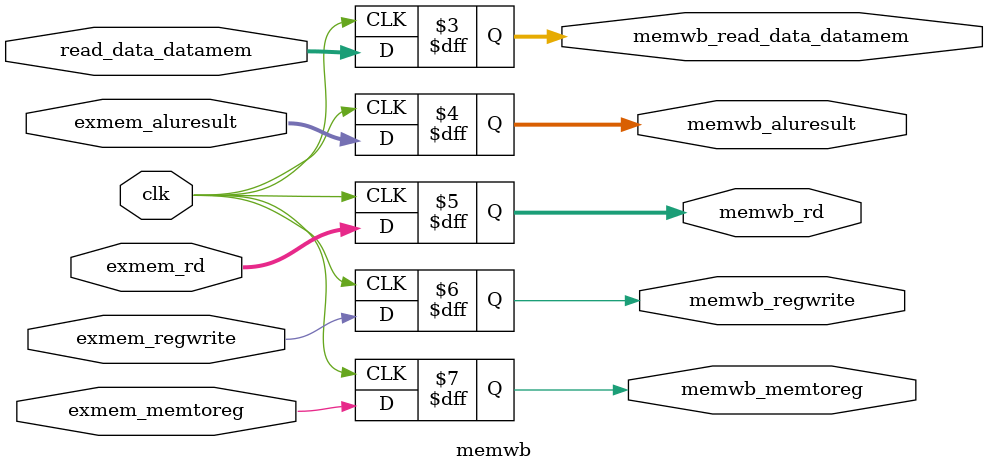
<source format=sv>
`timescale 1ns/1ns

module memwb(
  input clk,
  input[31:0] read_data_datamem,
  input[31:0] exmem_aluresult,
  input[4:0] exmem_rd,
  input exmem_regwrite,
  input exmem_memtoreg,
  output reg[31:0] memwb_read_data_datamem,
  output reg[31:0] memwb_aluresult,
  output reg [4:0] memwb_rd,
  output reg memwb_regwrite,
  output reg memwb_memtoreg
);
  always@(posedge clk)
    begin
      memwb_read_data_datamem<=read_data_datamem;
      memwb_aluresult<=exmem_aluresult;
      memwb_rd<=exmem_rd;
      memwb_regwrite<=exmem_regwrite;
      memwb_memtoreg<=exmem_memtoreg;
    end
  initial 
    begin
      memwb_read_data_datamem<='0;
      memwb_aluresult<='0;
      memwb_rd<='0;
      memwb_regwrite<='0;
      memwb_memtoreg<='0;
    end
endmodule
  
</source>
